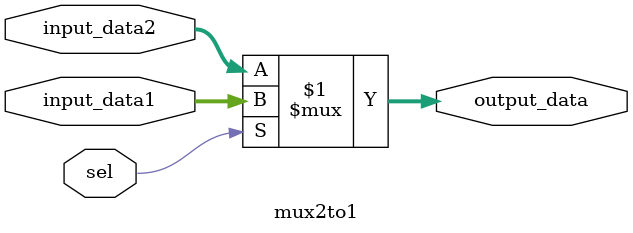
<source format=v>
`timescale 1ns/1ns
module mux2to1(
				input [31:0]input_data1,
				input [31:0]input_data2,
				input sel,
				output [31:0]output_data
				);
assign output_data=(sel)?input_data1:input_data2;
endmodule
</source>
